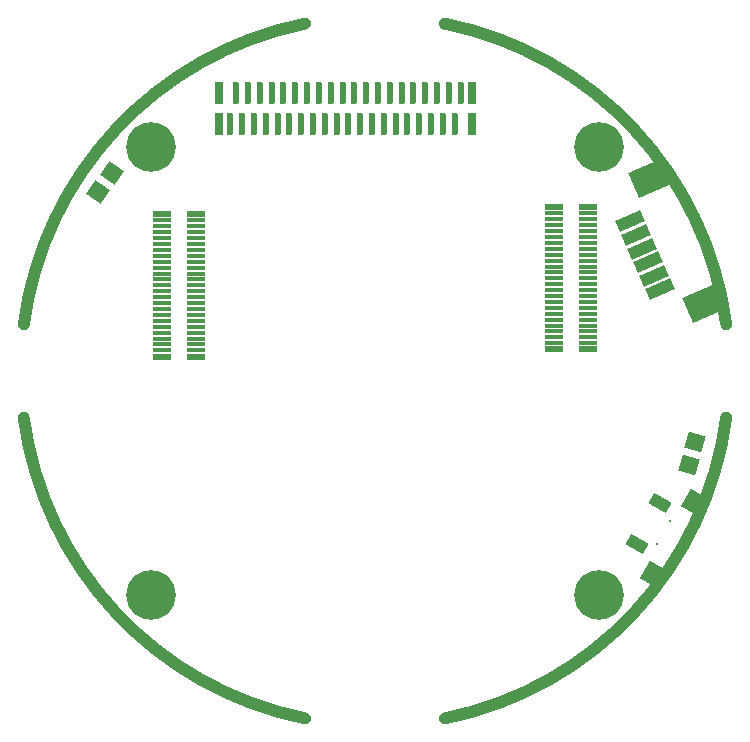
<source format=gts>
%FSLAX44Y44*%
%MOMM*%
G71*
G01*
G75*
G04 Layer_Color=8388736*
%ADD10R,1.3500X0.3000*%
%ADD11R,1.3500X0.2500*%
%ADD12R,0.5000X1.7000*%
G04:AMPARAMS|DCode=13|XSize=0.32mm|YSize=1.7mm|CornerRadius=0.08mm|HoleSize=0mm|Usage=FLASHONLY|Rotation=0.000|XOffset=0mm|YOffset=0mm|HoleType=Round|Shape=RoundedRectangle|*
%AMROUNDEDRECTD13*
21,1,0.3200,1.5400,0,0,0.0*
21,1,0.1600,1.7000,0,0,0.0*
1,1,0.1600,0.0800,-0.7700*
1,1,0.1600,-0.0800,-0.7700*
1,1,0.1600,-0.0800,0.7700*
1,1,0.1600,0.0800,0.7700*
%
%ADD13ROUNDEDRECTD13*%
G04:AMPARAMS|DCode=14|XSize=1.5mm|YSize=0.8mm|CornerRadius=0mm|HoleSize=0mm|Usage=FLASHONLY|Rotation=330.000|XOffset=0mm|YOffset=0mm|HoleType=Round|Shape=Rectangle|*
%AMROTATEDRECTD14*
4,1,4,-0.8495,0.0286,-0.4495,0.7214,0.8495,-0.0286,0.4495,-0.7214,-0.8495,0.0286,0.0*
%
%ADD14ROTATEDRECTD14*%

G04:AMPARAMS|DCode=15|XSize=1.5mm|YSize=1mm|CornerRadius=0mm|HoleSize=0mm|Usage=FLASHONLY|Rotation=240.000|XOffset=0mm|YOffset=0mm|HoleType=Round|Shape=Rectangle|*
%AMROTATEDRECTD15*
4,1,4,-0.0580,0.8995,0.8080,0.3995,0.0580,-0.8995,-0.8080,-0.3995,-0.0580,0.8995,0.0*
%
%ADD15ROTATEDRECTD15*%

G04:AMPARAMS|DCode=16|XSize=3mm|YSize=2.1mm|CornerRadius=0mm|HoleSize=0mm|Usage=FLASHONLY|Rotation=203.500|XOffset=0mm|YOffset=0mm|HoleType=Round|Shape=Rectangle|*
%AMROTATEDRECTD16*
4,1,4,0.9569,1.5610,1.7943,-0.3648,-0.9569,-1.5610,-1.7943,0.3648,0.9569,1.5610,0.0*
%
%ADD16ROTATEDRECTD16*%

G04:AMPARAMS|DCode=17|XSize=2.1mm|YSize=0.8mm|CornerRadius=0mm|HoleSize=0mm|Usage=FLASHONLY|Rotation=203.500|XOffset=0mm|YOffset=0mm|HoleType=Round|Shape=Rectangle|*
%AMROTATEDRECTD17*
4,1,4,0.8034,0.7855,1.1224,0.0519,-0.8034,-0.7855,-1.1224,-0.0519,0.8034,0.7855,0.0*
%
%ADD17ROTATEDRECTD17*%

G04:AMPARAMS|DCode=18|XSize=1.2954mm|YSize=1.1938mm|CornerRadius=0mm|HoleSize=0mm|Usage=FLASHONLY|Rotation=344.000|XOffset=0mm|YOffset=0mm|HoleType=Round|Shape=Rectangle|*
%AMROTATEDRECTD18*
4,1,4,-0.7871,-0.3952,-0.4581,0.7523,0.7871,0.3952,0.4581,-0.7523,-0.7871,-0.3952,0.0*
%
%ADD18ROTATEDRECTD18*%

G04:AMPARAMS|DCode=19|XSize=1.2954mm|YSize=1.1938mm|CornerRadius=0mm|HoleSize=0mm|Usage=FLASHONLY|Rotation=325.000|XOffset=0mm|YOffset=0mm|HoleType=Round|Shape=Rectangle|*
%AMROTATEDRECTD19*
4,1,4,-0.8729,-0.1175,-0.1882,0.8605,0.8729,0.1175,0.1882,-0.8605,-0.8729,-0.1175,0.0*
%
%ADD19ROTATEDRECTD19*%

%ADD20C,0.6000*%
%ADD21C,0.2540*%
%ADD22C,1.0000*%
%ADD23C,0.4000*%
%ADD24C,0.3000*%
G04:AMPARAMS|DCode=25|XSize=4mm|YSize=4mm|CornerRadius=2mm|HoleSize=0mm|Usage=FLASHONLY|Rotation=0.000|XOffset=0mm|YOffset=0mm|HoleType=Round|Shape=RoundedRectangle|*
%AMROUNDEDRECTD25*
21,1,4.0000,0.0000,0,0,0.0*
21,1,0.0000,4.0000,0,0,0.0*
1,1,4.0000,0.0000,0.0000*
1,1,4.0000,0.0000,0.0000*
1,1,4.0000,0.0000,0.0000*
1,1,4.0000,0.0000,0.0000*
%
%ADD25ROUNDEDRECTD25*%
%ADD26C,0.0254*%
%ADD27C,0.4500*%
G04:AMPARAMS|DCode=28|XSize=3mm|YSize=2.1mm|CornerRadius=0mm|HoleSize=0mm|Usage=FLASHONLY|Rotation=210.000|XOffset=0mm|YOffset=0mm|HoleType=Round|Shape=Rectangle|*
%AMROTATEDRECTD28*
4,1,4,0.7740,1.6593,1.8240,-0.1593,-0.7740,-1.6593,-1.8240,0.1593,0.7740,1.6593,0.0*
%
%ADD28ROTATEDRECTD28*%

G04:AMPARAMS|DCode=29|XSize=2.1mm|YSize=0.8mm|CornerRadius=0mm|HoleSize=0mm|Usage=FLASHONLY|Rotation=210.000|XOffset=0mm|YOffset=0mm|HoleType=Round|Shape=Rectangle|*
%AMROTATEDRECTD29*
4,1,4,0.7093,0.8714,1.1093,0.1786,-0.7093,-0.8714,-1.1093,-0.1786,0.7093,0.8714,0.0*
%
%ADD29ROTATEDRECTD29*%

%ADD30R,0.8890X1.0160*%
%ADD31R,2.1000X0.8000*%
%ADD32R,3.0000X2.1000*%
%ADD33R,1.0160X0.8890*%
%ADD34R,1.3970X1.3970*%
%ADD35R,0.8128X0.8128*%
%ADD36R,1.3970X1.3970*%
%ADD37R,1.2700X0.5080*%
%ADD38R,0.8128X0.8128*%
%ADD39R,2.0320X0.6096*%
%ADD40O,2.0320X0.6096*%
%ADD41R,2.0000X2.0000*%
%ADD42R,0.6096X2.0320*%
%ADD43O,0.6096X2.0320*%
%ADD44R,2.5000X2.2000*%
%ADD45R,1.2954X1.6002*%
%ADD46R,1.2000X1.6000*%
%ADD47R,1.6000X1.2000*%
%ADD48R,2.1500X6.3000*%
G04:AMPARAMS|DCode=49|XSize=1.6mm|YSize=1mm|CornerRadius=0mm|HoleSize=0mm|Usage=FLASHONLY|Rotation=24.000|XOffset=0mm|YOffset=0mm|HoleType=Round|Shape=Rectangle|*
%AMROTATEDRECTD49*
4,1,4,-0.5275,-0.7822,-0.9342,0.1314,0.5275,0.7822,0.9342,-0.1314,-0.5275,-0.7822,0.0*
%
%ADD49ROTATEDRECTD49*%

G04:AMPARAMS|DCode=50|XSize=1.8mm|YSize=1.2mm|CornerRadius=0mm|HoleSize=0mm|Usage=FLASHONLY|Rotation=153.000|XOffset=0mm|YOffset=0mm|HoleType=Round|Shape=Rectangle|*
%AMROTATEDRECTD50*
4,1,4,1.0743,0.1260,0.5295,-0.9432,-1.0743,-0.1260,-0.5295,0.9432,1.0743,0.1260,0.0*
%
%ADD50ROTATEDRECTD50*%

%ADD51R,0.8128X1.0668*%
%ADD52R,0.7000X0.6000*%
%ADD53R,3.5000X1.0000*%
%ADD54R,1.0668X0.8128*%
%ADD55C,0.8000*%
%ADD56C,0.5000*%
%ADD57C,0.1200*%
%ADD58C,0.1000*%
%ADD59C,0.1501*%
%ADD60C,0.1500*%
%ADD61C,0.1250*%
%ADD62R,1.5532X0.5032*%
%ADD63R,1.5532X0.4532*%
%ADD64R,0.7032X1.9032*%
G04:AMPARAMS|DCode=65|XSize=0.5232mm|YSize=1.9032mm|CornerRadius=0.1816mm|HoleSize=0mm|Usage=FLASHONLY|Rotation=0.000|XOffset=0mm|YOffset=0mm|HoleType=Round|Shape=RoundedRectangle|*
%AMROUNDEDRECTD65*
21,1,0.5232,1.5400,0,0,0.0*
21,1,0.1600,1.9032,0,0,0.0*
1,1,0.3632,0.0800,-0.7700*
1,1,0.3632,-0.0800,-0.7700*
1,1,0.3632,-0.0800,0.7700*
1,1,0.3632,0.0800,0.7700*
%
%ADD65ROUNDEDRECTD65*%
G04:AMPARAMS|DCode=66|XSize=1.7032mm|YSize=1.0032mm|CornerRadius=0mm|HoleSize=0mm|Usage=FLASHONLY|Rotation=330.000|XOffset=0mm|YOffset=0mm|HoleType=Round|Shape=Rectangle|*
%AMROTATEDRECTD66*
4,1,4,-0.9883,-0.0086,-0.4867,0.8602,0.9883,0.0086,0.4867,-0.8602,-0.9883,-0.0086,0.0*
%
%ADD66ROTATEDRECTD66*%

G04:AMPARAMS|DCode=67|XSize=1.7032mm|YSize=1.2032mm|CornerRadius=0mm|HoleSize=0mm|Usage=FLASHONLY|Rotation=240.000|XOffset=0mm|YOffset=0mm|HoleType=Round|Shape=Rectangle|*
%AMROTATEDRECTD67*
4,1,4,-0.0952,1.0383,0.9468,0.4367,0.0952,-1.0383,-0.9468,-0.4367,-0.0952,1.0383,0.0*
%
%ADD67ROTATEDRECTD67*%

G04:AMPARAMS|DCode=68|XSize=3.2032mm|YSize=2.3032mm|CornerRadius=0mm|HoleSize=0mm|Usage=FLASHONLY|Rotation=203.500|XOffset=0mm|YOffset=0mm|HoleType=Round|Shape=Rectangle|*
%AMROTATEDRECTD68*
4,1,4,1.0096,1.6947,1.9280,-0.4174,-1.0096,-1.6947,-1.9280,0.4174,1.0096,1.6947,0.0*
%
%ADD68ROTATEDRECTD68*%

G04:AMPARAMS|DCode=69|XSize=2.3032mm|YSize=1.0032mm|CornerRadius=0mm|HoleSize=0mm|Usage=FLASHONLY|Rotation=203.500|XOffset=0mm|YOffset=0mm|HoleType=Round|Shape=Rectangle|*
%AMROTATEDRECTD69*
4,1,4,0.8561,0.9192,1.2561,-0.0008,-0.8561,-0.9192,-1.2561,0.0008,0.8561,0.9192,0.0*
%
%ADD69ROTATEDRECTD69*%

G04:AMPARAMS|DCode=70|XSize=1.4986mm|YSize=1.397mm|CornerRadius=0mm|HoleSize=0mm|Usage=FLASHONLY|Rotation=344.000|XOffset=0mm|YOffset=0mm|HoleType=Round|Shape=Rectangle|*
%AMROTATEDRECTD70*
4,1,4,-0.9128,-0.4649,-0.5277,0.8780,0.9128,0.4649,0.5277,-0.8780,-0.9128,-0.4649,0.0*
%
%ADD70ROTATEDRECTD70*%

G04:AMPARAMS|DCode=71|XSize=1.4986mm|YSize=1.397mm|CornerRadius=0mm|HoleSize=0mm|Usage=FLASHONLY|Rotation=325.000|XOffset=0mm|YOffset=0mm|HoleType=Round|Shape=Rectangle|*
%AMROTATEDRECTD71*
4,1,4,-1.0144,-0.1424,-0.2132,1.0020,1.0144,0.1424,0.2132,-1.0020,-1.0144,-0.1424,0.0*
%
%ADD71ROTATEDRECTD71*%

G04:AMPARAMS|DCode=72|XSize=4.2032mm|YSize=4.2032mm|CornerRadius=2.1016mm|HoleSize=0mm|Usage=FLASHONLY|Rotation=0.000|XOffset=0mm|YOffset=0mm|HoleType=Round|Shape=RoundedRectangle|*
%AMROUNDEDRECTD72*
21,1,4.2032,0.0000,0,0,0.0*
21,1,0.0000,4.2032,0,0,0.0*
1,1,4.2032,0.0000,0.0000*
1,1,4.2032,0.0000,0.0000*
1,1,4.2032,0.0000,0.0000*
1,1,4.2032,0.0000,0.0000*
%
%ADD72ROUNDEDRECTD72*%
%ADD73C,0.2286*%
D22*
X-59189Y294103D02*
G03*
X-297380Y39563I59189J-294103D01*
G01*
X297385Y39521D02*
G03*
X59128Y294116I-297385J-39521D01*
G01*
X-297380Y-39563D02*
G03*
X-59128Y-294116I297380J39563D01*
G01*
X59097Y-294122D02*
G03*
X297407Y-39355I-59097J294122D01*
G01*
D62*
X-180750Y132750D02*
D03*
X-151250D02*
D03*
X-180750Y12250D02*
D03*
X-151250D02*
D03*
X151250Y138750D02*
D03*
X180750D02*
D03*
X151250Y18250D02*
D03*
X180750D02*
D03*
D63*
X-180750Y127500D02*
D03*
X-151250D02*
D03*
X-180750Y122500D02*
D03*
X-151250D02*
D03*
X-180750Y117500D02*
D03*
X-151250D02*
D03*
X-180750Y112500D02*
D03*
X-151250D02*
D03*
X-180750Y107500D02*
D03*
X-151250D02*
D03*
X-180750Y102500D02*
D03*
X-151250D02*
D03*
X-180750Y97500D02*
D03*
X-151250D02*
D03*
X-180750Y92500D02*
D03*
X-151250D02*
D03*
X-180750Y87500D02*
D03*
X-151250D02*
D03*
X-180750Y82500D02*
D03*
X-151250D02*
D03*
X-180750Y77500D02*
D03*
X-151250D02*
D03*
X-180750Y72500D02*
D03*
X-151250D02*
D03*
X-180750Y67500D02*
D03*
X-151250D02*
D03*
X-180750Y62500D02*
D03*
X-151250D02*
D03*
X-180750Y57500D02*
D03*
X-151250D02*
D03*
X-180750Y52500D02*
D03*
X-151250D02*
D03*
X-180750Y47500D02*
D03*
X-151250D02*
D03*
X-180750Y42500D02*
D03*
X-151250D02*
D03*
X-180750Y37500D02*
D03*
X-151250D02*
D03*
X-180750Y32500D02*
D03*
X-151250D02*
D03*
X-180750Y27500D02*
D03*
X-151250D02*
D03*
X-180750Y22500D02*
D03*
X-151250D02*
D03*
X-180750Y17500D02*
D03*
X-151250D02*
D03*
X151250Y133500D02*
D03*
X180750D02*
D03*
X151250Y128500D02*
D03*
X180750D02*
D03*
X151250Y123500D02*
D03*
X180750D02*
D03*
X151250Y118500D02*
D03*
X180750D02*
D03*
X151250Y113500D02*
D03*
X180750D02*
D03*
X151250Y108500D02*
D03*
X180750D02*
D03*
X151250Y103500D02*
D03*
X180750D02*
D03*
X151250Y98500D02*
D03*
X180750D02*
D03*
X151250Y93500D02*
D03*
X180750D02*
D03*
X151250Y88500D02*
D03*
X180750D02*
D03*
X151250Y83500D02*
D03*
X180750D02*
D03*
X151250Y78500D02*
D03*
X180750D02*
D03*
X151250Y73500D02*
D03*
X180750D02*
D03*
X151250Y68500D02*
D03*
X180750D02*
D03*
X151250Y63500D02*
D03*
X180750D02*
D03*
X151250Y58500D02*
D03*
X180750D02*
D03*
X151250Y53500D02*
D03*
X180750D02*
D03*
X151250Y48500D02*
D03*
X180750D02*
D03*
X151250Y43500D02*
D03*
X180750D02*
D03*
X151250Y38500D02*
D03*
X180750D02*
D03*
X151250Y33500D02*
D03*
X180750D02*
D03*
X151250Y28500D02*
D03*
X180750D02*
D03*
X151250Y23500D02*
D03*
X180750D02*
D03*
D64*
X82000Y235000D02*
D03*
Y209000D02*
D03*
X-132000D02*
D03*
Y235000D02*
D03*
D65*
X17500Y209000D02*
D03*
X27500D02*
D03*
X37500D02*
D03*
X22500Y235000D02*
D03*
X32500D02*
D03*
X42500D02*
D03*
X72500D02*
D03*
X62500D02*
D03*
X52500D02*
D03*
X67500Y209000D02*
D03*
X57500D02*
D03*
X47500D02*
D03*
X-42500D02*
D03*
X-32500D02*
D03*
X-22500D02*
D03*
X-12500D02*
D03*
X-2500D02*
D03*
X7500D02*
D03*
X-37500Y235000D02*
D03*
X-27500D02*
D03*
X-17500D02*
D03*
X-7500D02*
D03*
X2500D02*
D03*
X12500D02*
D03*
X-47500D02*
D03*
X-57500D02*
D03*
X-67500D02*
D03*
X-77500D02*
D03*
X-87500D02*
D03*
X-97500D02*
D03*
X-107500D02*
D03*
X-117500D02*
D03*
X-52500Y209000D02*
D03*
X-62500D02*
D03*
X-72500D02*
D03*
X-82500D02*
D03*
X-92500D02*
D03*
X-102500D02*
D03*
X-112500D02*
D03*
X-122500D02*
D03*
D66*
X241414Y-111823D02*
D03*
X221564Y-146204D02*
D03*
D67*
X268586Y-109959D02*
D03*
X233586Y-170581D02*
D03*
D68*
X233777Y163235D02*
D03*
X279792Y57406D02*
D03*
D69*
X215815Y126801D02*
D03*
X220799Y115338D02*
D03*
X235912Y80581D02*
D03*
X240896Y69118D02*
D03*
X230848Y92228D02*
D03*
X225863Y103691D02*
D03*
D70*
X271284Y-60427D02*
D03*
X265772Y-79653D02*
D03*
D71*
X-222864Y167706D02*
D03*
X-234336Y151323D02*
D03*
D72*
X-190000Y-190000D02*
D03*
X190000D02*
D03*
Y190000D02*
D03*
X-190000D02*
D03*
D73*
X249558Y-126917D02*
D03*
X238458Y-146143D02*
D03*
M02*

</source>
